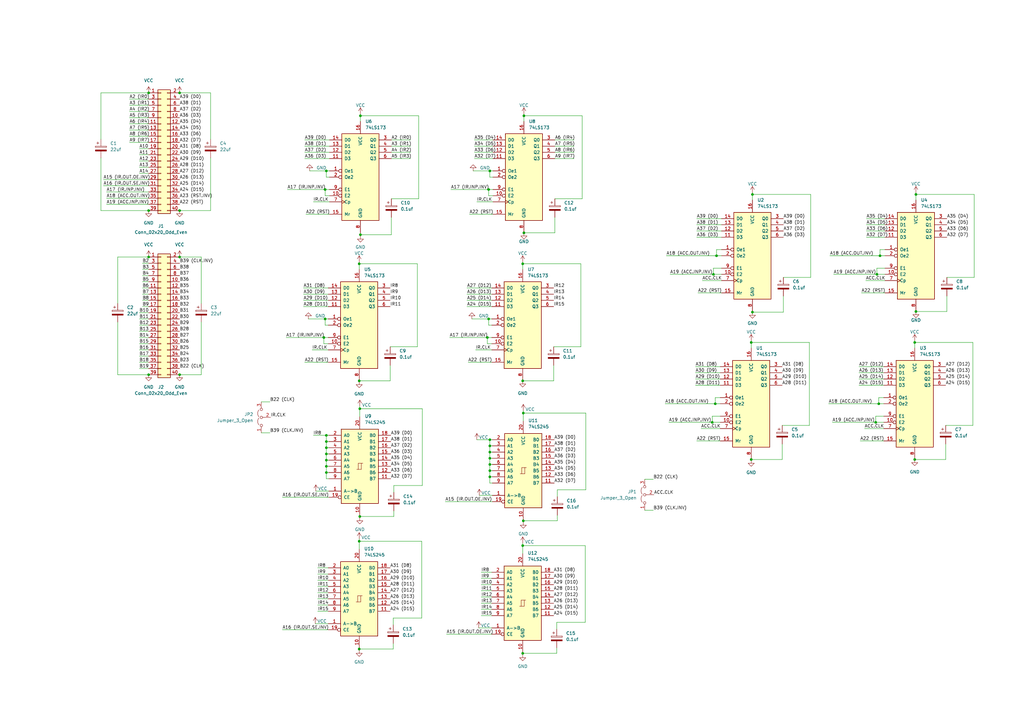
<source format=kicad_sch>
(kicad_sch (version 20211123) (generator eeschema)
  (paper "A3")
  (lib_symbols
    (symbol "74xx:74LS173" (pin_names (offset 1.016))
      (property "Reference" "U" (at -7.62 19.05 0))
      (property "Value" "74LS173" (at -7.62 -19.05 0))
      (symbol "74LS173_1_0"
        (pin input inverted (at -12.7 2.54 0) (length 5.08) (name "Oe1") (number "1"))
        (pin input inverted (at -12.7 -7.62 0) (length 5.08) (name "E2") (number "10"))
        (pin input line (at -12.7 7.62 0) (length 5.08) (name "D3") (number "11"))
        (pin input line (at -12.7 10.16 0) (length 5.08) (name "D2") (number "12"))
        (pin input line (at -12.7 12.7 0) (length 5.08) (name "D1") (number "13"))
        (pin input line (at -12.7 15.24 0) (length 5.08) (name "D0") (number "14"))
        (pin input line (at -12.7 -15.24 0) (length 5.08) (name "Mr") (number "15"))
        (pin power_in line (at 0 22.86 270) (length 5.08) (name "VCC") (number "16"))
        (pin input inverted (at -12.7 0 0) (length 5.08) (name "Oe2") (number "2"))
        (pin tri_state line (at 12.7 15.24 180) (length 5.08) (name "Q0") (number "3"))
        (pin tri_state line (at 12.7 12.7 180) (length 5.08) (name "Q1") (number "4"))
        (pin tri_state line (at 12.7 10.16 180) (length 5.08) (name "Q2") (number "5"))
        (pin tri_state line (at 12.7 7.62 180) (length 5.08) (name "Q3") (number "6"))
        (pin input clock (at -12.7 -10.16 0) (length 5.08) (name "Cp") (number "7"))
        (pin power_in line (at 0 -22.86 90) (length 5.08) (name "GND") (number "8"))
        (pin input inverted (at -12.7 -5.08 0) (length 5.08) (name "E1") (number "9"))
      )
    )
    (symbol "74xx:74LS245" (pin_names (offset 1.016))
      (property "Reference" "U" (at -7.62 16.51 0))
      (property "Value" "74LS245" (at -7.62 -16.51 0))
      (symbol "74LS245_1_0"
        (pin input line (at -12.7 -10.16 0) (length 5.08) (name "A->B") (number "1"))
        (pin power_in line (at 0 -20.32 90) (length 5.08) (name "GND") (number "10"))
        (pin tri_state line (at 12.7 -5.08 180) (length 5.08) (name "B7") (number "11"))
        (pin tri_state line (at 12.7 -2.54 180) (length 5.08) (name "B6") (number "12"))
        (pin tri_state line (at 12.7 0 180) (length 5.08) (name "B5") (number "13"))
        (pin tri_state line (at 12.7 2.54 180) (length 5.08) (name "B4") (number "14"))
        (pin tri_state line (at 12.7 5.08 180) (length 5.08) (name "B3") (number "15"))
        (pin tri_state line (at 12.7 7.62 180) (length 5.08) (name "B2") (number "16"))
        (pin tri_state line (at 12.7 10.16 180) (length 5.08) (name "B1") (number "17"))
        (pin tri_state line (at 12.7 12.7 180) (length 5.08) (name "B0") (number "18"))
        (pin input inverted (at -12.7 -12.7 0) (length 5.08) (name "CE") (number "19"))
        (pin tri_state line (at -12.7 12.7 0) (length 5.08) (name "A0") (number "2"))
        (pin power_in line (at 0 20.32 270) (length 5.08) (name "VCC") (number "20"))
        (pin tri_state line (at -12.7 10.16 0) (length 5.08) (name "A1") (number "3"))
        (pin tri_state line (at -12.7 7.62 0) (length 5.08) (name "A2") (number "4"))
        (pin tri_state line (at -12.7 5.08 0) (length 5.08) (name "A3") (number "5"))
        (pin tri_state line (at -12.7 2.54 0) (length 5.08) (name "A4") (number "6"))
        (pin tri_state line (at -12.7 0 0) (length 5.08) (name "A5") (number "7"))
        (pin tri_state line (at -12.7 -2.54 0) (length 5.08) (name "A6") (number "8"))
        (pin tri_state line (at -12.7 -5.08 0) (length 5.08) (name "A7") (number "9"))
      )
    )
    (symbol "Connector_Generic:Conn_02x20_Odd_Even" (pin_names (offset 1.016) hide)
      (property "Reference" "J" (at 1.27 25.4 0))
      (property "Value" "Conn_02x20_Odd_Even" (at 1.27 -27.94 0))
      (symbol "Conn_02x20_Odd_Even_1_1"
        (pin passive line (at -5.08 22.86 0) (length 3.81) (name "Pin_1") (number "1"))
        (pin passive line (at 7.62 12.7 180) (length 3.81) (name "Pin_10") (number "10"))
        (pin passive line (at -5.08 10.16 0) (length 3.81) (name "Pin_11") (number "11"))
        (pin passive line (at 7.62 10.16 180) (length 3.81) (name "Pin_12") (number "12"))
        (pin passive line (at -5.08 7.62 0) (length 3.81) (name "Pin_13") (number "13"))
        (pin passive line (at 7.62 7.62 180) (length 3.81) (name "Pin_14") (number "14"))
        (pin passive line (at -5.08 5.08 0) (length 3.81) (name "Pin_15") (number "15"))
        (pin passive line (at 7.62 5.08 180) (length 3.81) (name "Pin_16") (number "16"))
        (pin passive line (at -5.08 2.54 0) (length 3.81) (name "Pin_17") (number "17"))
        (pin passive line (at 7.62 2.54 180) (length 3.81) (name "Pin_18") (number "18"))
        (pin passive line (at -5.08 0 0) (length 3.81) (name "Pin_19") (number "19"))
        (pin passive line (at 7.62 22.86 180) (length 3.81) (name "Pin_2") (number "2"))
        (pin passive line (at 7.62 0 180) (length 3.81) (name "Pin_20") (number "20"))
        (pin passive line (at -5.08 -2.54 0) (length 3.81) (name "Pin_21") (number "21"))
        (pin passive line (at 7.62 -2.54 180) (length 3.81) (name "Pin_22") (number "22"))
        (pin passive line (at -5.08 -5.08 0) (length 3.81) (name "Pin_23") (number "23"))
        (pin passive line (at 7.62 -5.08 180) (length 3.81) (name "Pin_24") (number "24"))
        (pin passive line (at -5.08 -7.62 0) (length 3.81) (name "Pin_25") (number "25"))
        (pin passive line (at 7.62 -7.62 180) (length 3.81) (name "Pin_26") (number "26"))
        (pin passive line (at -5.08 -10.16 0) (length 3.81) (name "Pin_27") (number "27"))
        (pin passive line (at 7.62 -10.16 180) (length 3.81) (name "Pin_28") (number "28"))
        (pin passive line (at -5.08 -12.7 0) (length 3.81) (name "Pin_29") (number "29"))
        (pin passive line (at -5.08 20.32 0) (length 3.81) (name "Pin_3") (number "3"))
        (pin passive line (at 7.62 -12.7 180) (length 3.81) (name "Pin_30") (number "30"))
        (pin passive line (at -5.08 -15.24 0) (length 3.81) (name "Pin_31") (number "31"))
        (pin passive line (at 7.62 -15.24 180) (length 3.81) (name "Pin_32") (number "32"))
        (pin passive line (at -5.08 -17.78 0) (length 3.81) (name "Pin_33") (number "33"))
        (pin passive line (at 7.62 -17.78 180) (length 3.81) (name "Pin_34") (number "34"))
        (pin passive line (at -5.08 -20.32 0) (length 3.81) (name "Pin_35") (number "35"))
        (pin passive line (at 7.62 -20.32 180) (length 3.81) (name "Pin_36") (number "36"))
        (pin passive line (at -5.08 -22.86 0) (length 3.81) (name "Pin_37") (number "37"))
        (pin passive line (at 7.62 -22.86 180) (length 3.81) (name "Pin_38") (number "38"))
        (pin passive line (at -5.08 -25.4 0) (length 3.81) (name "Pin_39") (number "39"))
        (pin passive line (at 7.62 20.32 180) (length 3.81) (name "Pin_4") (number "4"))
        (pin passive line (at 7.62 -25.4 180) (length 3.81) (name "Pin_40") (number "40"))
        (pin passive line (at -5.08 17.78 0) (length 3.81) (name "Pin_5") (number "5"))
        (pin passive line (at 7.62 17.78 180) (length 3.81) (name "Pin_6") (number "6"))
        (pin passive line (at -5.08 15.24 0) (length 3.81) (name "Pin_7") (number "7"))
        (pin passive line (at 7.62 15.24 180) (length 3.81) (name "Pin_8") (number "8"))
        (pin passive line (at -5.08 12.7 0) (length 3.81) (name "Pin_9") (number "9"))
      )
    )
    (symbol "Device:C_Polarized" (pin_numbers hide) (pin_names (offset 0.254))
      (property "Reference" "C" (at 0.635 2.54 0))
      (property "Value" "C_Polarized" (at 0.635 -2.54 0))
      (symbol "C_Polarized_1_1"
        (pin passive line (at 0 3.81 270) (length 2.794) (name "~") (number "1"))
        (pin passive line (at 0 -3.81 90) (length 2.794) (name "~") (number "2"))
      )
    )
    (symbol "Jumper:Jumper_3_Open" (pin_names (offset 0) hide)
      (property "Reference" "JP" (at -2.54 -2.54 0))
      (property "Value" "Jumper_3_Open" (at 0 2.794 0))
      (symbol "Jumper_3_Open_1_1"
        (pin passive line (at -6.35 0 0) (length 2.54) (name "A") (number "1"))
        (pin passive line (at 0 -3.81 90) (length 2.54) (name "C") (number "2"))
        (pin passive line (at 6.35 0 180) (length 2.54) (name "B") (number "3"))
      )
    )
    (symbol "power:GND" (power) (pin_names (offset 0))
      (property "Value" "GND" (at 0 -3.81 0))
      (symbol "GND_1_1"
        (pin power_in line (at 0 0 270) (length 0) hide (name "GND") (number "1"))
      )
    )
    (symbol "power:VCC" (power) (pin_names (offset 0))
      (property "Value" "VCC" (at 0 3.81 0))
      (symbol "VCC_1_1"
        (pin power_in line (at 0 0 90) (length 0) hide (name "VCC") (number "1"))
      )
    )
  )
  (junction (at 200.406 130.81))
  (junction (at 293.37 165.608))
  (junction (at 200.914 185.42))
  (junction (at 359.156 173.228))
  (junction (at 200.914 193.04))
  (junction (at 214.376 108.204))
  (junction (at 292.1 173.228))
  (junction (at 133.35 77.724))
  (junction (at 292.608 112.522))
  (junction (at 214.63 213.614))
  (junction (at 133.858 181.102))
  (junction (at 214.63 169.418))
  (junction (at 214.376 267.97))
  (junction (at 147.32 156.21))
  (junction (at 73.66 153.67))
  (junction (at 147.32 221.996))
  (junction (at 199.898 138.43))
  (junction (at 308.102 188.468))
  (junction (at 360.934 104.902))
  (junction (at 200.406 77.724))
  (junction (at 214.376 156.21))
  (junction (at 60.96 105.41))
  (junction (at 133.858 193.802))
  (junction (at 200.914 195.58))
  (junction (at 133.35 130.81))
  (junction (at 147.828 47.498))
  (junction (at 308.102 140.462))
  (junction (at 375.666 79.756))
  (junction (at 60.96 153.67))
  (junction (at 133.858 70.104))
  (junction (at 133.858 188.722))
  (junction (at 200.914 182.88))
  (junction (at 132.842 138.43))
  (junction (at 375.158 188.468))
  (junction (at 73.66 38.1))
  (junction (at 214.376 223.774))
  (junction (at 133.858 183.642))
  (junction (at 214.884 47.498))
  (junction (at 147.32 266.192))
  (junction (at 147.574 211.836))
  (junction (at 147.32 108.204))
  (junction (at 375.158 140.462))
  (junction (at 133.858 178.562))
  (junction (at 133.858 191.262))
  (junction (at 293.878 104.902))
  (junction (at 360.426 165.608))
  (junction (at 60.96 38.1))
  (junction (at 200.914 190.5))
  (junction (at 308.61 128.016))
  (junction (at 375.666 127.762))
  (junction (at 200.914 70.104))
  (junction (at 200.914 180.34))
  (junction (at 147.828 96.266))
  (junction (at 73.66 105.41))
  (junction (at 214.884 95.504))
  (junction (at 359.664 112.522))
  (junction (at 200.914 187.96))
  (junction (at 308.61 79.756))
  (junction (at 60.96 86.36))
  (junction (at 147.574 167.64))
  (junction (at 133.858 186.182))
  (junction (at 73.66 86.36))
  (wire (pts (xy 130.302 237.998) (xy 134.62 237.998)))
  (wire (pts (xy 359.156 173.228) (xy 362.458 173.228)))
  (wire (pts (xy 214.376 268.478) (xy 214.376 267.97)))
  (wire (pts (xy 133.858 183.642) (xy 134.874 183.642)))
  (wire (pts (xy 362.966 109.982) (xy 359.664 109.982)))
  (wire (pts (xy 147.828 46.736) (xy 147.828 47.498)))
  (wire (pts (xy 240.03 223.774) (xy 240.03 255.27)))
  (wire (pts (xy 147.574 166.624) (xy 147.574 167.64)))
  (wire (pts (xy 238.252 108.204) (xy 238.252 142.24)))
  (wire (pts (xy 182.626 205.74) (xy 201.93 205.74)))
  (wire (pts (xy 360.426 163.068) (xy 360.426 165.608)))
  (wire (pts (xy 130.302 245.618) (xy 134.62 245.618)))
  (wire (pts (xy 115.824 258.318) (xy 134.62 258.318)))
  (wire (pts (xy 197.358 244.856) (xy 201.676 244.856)))
  (wire (pts (xy 133.858 72.644) (xy 135.128 72.644)))
  (wire (pts (xy 285.75 89.662) (xy 295.91 89.662)))
  (wire (pts (xy 124.46 118.11) (xy 134.62 118.11)))
  (wire (pts (xy 133.858 183.642) (xy 133.858 186.182)))
  (wire (pts (xy 132.842 140.97) (xy 132.842 138.43)))
  (wire (pts (xy 194.564 59.944) (xy 202.184 59.944)))
  (wire (pts (xy 53.086 53.34) (xy 60.96 53.34)))
  (wire (pts (xy 128.524 178.562) (xy 133.858 178.562)))
  (wire (pts (xy 228.6 200.914) (xy 228.6 203.708)))
  (wire (pts (xy 57.15 66.04) (xy 60.96 66.04)))
  (wire (pts (xy 171.704 47.498) (xy 171.704 81.534)))
  (wire (pts (xy 48.26 132.08) (xy 48.26 153.67)))
  (wire (pts (xy 124.968 62.484) (xy 135.128 62.484)))
  (wire (pts (xy 58.42 120.65) (xy 60.96 120.65)))
  (wire (pts (xy 127 70.104) (xy 133.858 70.104)))
  (wire (pts (xy 147.32 108.204) (xy 171.196 108.204)))
  (wire (pts (xy 362.966 102.362) (xy 360.934 102.362)))
  (wire (pts (xy 238.76 81.534) (xy 227.584 81.534)))
  (wire (pts (xy 399.542 79.756) (xy 399.542 113.792)))
  (wire (pts (xy 160.528 57.404) (xy 168.402 57.404)))
  (wire (pts (xy 332.486 79.756) (xy 332.486 113.792)))
  (wire (pts (xy 147.32 156.21) (xy 160.02 156.21)))
  (wire (pts (xy 132.842 138.43) (xy 134.62 138.43)))
  (wire (pts (xy 200.914 70.104) (xy 202.184 70.104)))
  (wire (pts (xy 341.884 112.522) (xy 359.664 112.522)))
  (wire (pts (xy 58.42 125.73) (xy 60.96 125.73)))
  (wire (pts (xy 200.914 182.88) (xy 200.914 185.42)))
  (wire (pts (xy 53.086 50.8) (xy 60.96 50.8)))
  (wire (pts (xy 133.858 196.342) (xy 134.874 196.342)))
  (wire (pts (xy 48.26 153.67) (xy 60.96 153.67)))
  (wire (pts (xy 133.858 191.262) (xy 134.874 191.262)))
  (wire (pts (xy 124.968 57.404) (xy 135.128 57.404)))
  (wire (pts (xy 214.376 223.774) (xy 214.376 227.076)))
  (wire (pts (xy 41.402 57.15) (xy 41.402 38.1)))
  (wire (pts (xy 53.086 48.26) (xy 60.96 48.26)))
  (wire (pts (xy 147.32 221.996) (xy 172.974 221.996)))
  (wire (pts (xy 43.688 78.74) (xy 60.96 78.74)))
  (wire (pts (xy 133.35 130.81) (xy 134.62 130.81)))
  (wire (pts (xy 197.358 247.396) (xy 201.676 247.396)))
  (wire (pts (xy 292.608 112.522) (xy 295.91 112.522)))
  (wire (pts (xy 43.688 83.82) (xy 60.96 83.82)))
  (wire (pts (xy 399.542 113.792) (xy 388.366 113.792)))
  (wire (pts (xy 352.298 157.988) (xy 362.458 157.988)))
  (wire (pts (xy 147.32 107.442) (xy 147.32 108.204)))
  (wire (pts (xy 147.574 211.836) (xy 161.544 211.836)))
  (wire (pts (xy 293.878 104.902) (xy 295.91 104.902)))
  (wire (pts (xy 133.858 178.562) (xy 134.874 178.562)))
  (wire (pts (xy 320.802 188.468) (xy 320.802 182.118)))
  (wire (pts (xy 147.574 212.344) (xy 147.574 211.836)))
  (wire (pts (xy 352.298 150.368) (xy 362.458 150.368)))
  (wire (pts (xy 57.15 71.12) (xy 60.96 71.12)))
  (wire (pts (xy 352.298 155.448) (xy 362.458 155.448)))
  (wire (pts (xy 352.298 152.908) (xy 362.458 152.908)))
  (wire (pts (xy 292.608 109.982) (xy 292.608 112.522)))
  (wire (pts (xy 42.418 73.66) (xy 60.96 73.66)))
  (wire (pts (xy 193.548 130.81) (xy 200.406 130.81)))
  (wire (pts (xy 355.092 115.062) (xy 362.966 115.062)))
  (wire (pts (xy 200.914 180.34) (xy 201.93 180.34)))
  (wire (pts (xy 360.934 102.362) (xy 360.934 104.902)))
  (wire (pts (xy 200.914 190.5) (xy 200.914 193.04)))
  (wire (pts (xy 41.402 86.36) (xy 60.96 86.36)))
  (wire (pts (xy 130.302 232.918) (xy 134.62 232.918)))
  (wire (pts (xy 133.858 188.722) (xy 134.874 188.722)))
  (wire (pts (xy 133.858 186.182) (xy 134.874 186.182)))
  (wire (pts (xy 359.664 109.982) (xy 359.664 112.522)))
  (wire (pts (xy 133.35 133.35) (xy 134.62 133.35)))
  (wire (pts (xy 191.516 118.11) (xy 201.676 118.11)))
  (wire (pts (xy 57.15 60.96) (xy 60.96 60.96)))
  (wire (pts (xy 41.402 38.1) (xy 60.96 38.1)))
  (wire (pts (xy 195.58 82.804) (xy 202.184 82.804)))
  (wire (pts (xy 214.376 110.49) (xy 214.376 108.204)))
  (wire (pts (xy 53.086 43.18) (xy 60.96 43.18)))
  (wire (pts (xy 227.584 57.404) (xy 235.458 57.404)))
  (wire (pts (xy 86.36 86.36) (xy 86.36 64.77)))
  (wire (pts (xy 227.584 62.484) (xy 235.458 62.484)))
  (wire (pts (xy 160.528 96.266) (xy 160.528 89.154)))
  (wire (pts (xy 58.42 115.57) (xy 60.96 115.57)))
  (wire (pts (xy 200.914 198.12) (xy 201.93 198.12)))
  (wire (pts (xy 238.76 47.498) (xy 238.76 81.534)))
  (wire (pts (xy 375.666 127.762) (xy 388.366 127.762)))
  (wire (pts (xy 308.102 140.462) (xy 331.978 140.462)))
  (wire (pts (xy 117.348 138.43) (xy 132.842 138.43)))
  (wire (pts (xy 214.376 222.758) (xy 214.376 223.774)))
  (wire (pts (xy 228.6 200.914) (xy 240.284 200.914)))
  (wire (pts (xy 285.75 97.282) (xy 295.91 97.282)))
  (wire (pts (xy 285.75 92.202) (xy 295.91 92.202)))
  (wire (pts (xy 308.61 128.016) (xy 308.61 127.762)))
  (wire (pts (xy 359.156 170.688) (xy 359.156 173.228)))
  (wire (pts (xy 272.796 165.608) (xy 293.37 165.608)))
  (wire (pts (xy 126.492 130.81) (xy 133.35 130.81)))
  (wire (pts (xy 352.806 180.848) (xy 362.458 180.848)))
  (wire (pts (xy 200.914 70.104) (xy 200.914 72.644)))
  (wire (pts (xy 57.15 133.35) (xy 60.96 133.35)))
  (wire (pts (xy 171.704 81.534) (xy 160.528 81.534)))
  (wire (pts (xy 197.358 252.476) (xy 201.676 252.476)))
  (wire (pts (xy 192.532 87.884) (xy 202.184 87.884)))
  (wire (pts (xy 129.54 201.422) (xy 134.874 201.422)))
  (wire (pts (xy 200.914 185.42) (xy 201.93 185.42)))
  (wire (pts (xy 147.32 265.938) (xy 147.32 266.192)))
  (wire (pts (xy 125.476 87.884) (xy 135.128 87.884)))
  (wire (pts (xy 285.242 157.988) (xy 295.402 157.988)))
  (wire (pts (xy 321.31 128.016) (xy 321.31 121.412)))
  (wire (pts (xy 227.076 156.21) (xy 227.076 149.86)))
  (wire (pts (xy 147.32 266.7) (xy 147.32 266.192)))
  (wire (pts (xy 57.15 148.59) (xy 60.96 148.59)))
  (wire (pts (xy 227.584 59.944) (xy 235.458 59.944)))
  (wire (pts (xy 73.66 38.1) (xy 86.36 38.1)))
  (wire (pts (xy 202.184 80.264) (xy 200.406 80.264)))
  (wire (pts (xy 200.914 187.96) (xy 201.93 187.96)))
  (wire (pts (xy 197.358 234.696) (xy 201.676 234.696)))
  (wire (pts (xy 214.63 213.36) (xy 214.63 213.614)))
  (wire (pts (xy 130.302 243.078) (xy 134.62 243.078)))
  (wire (pts (xy 57.15 146.05) (xy 60.96 146.05)))
  (wire (pts (xy 57.15 138.43) (xy 60.96 138.43)))
  (wire (pts (xy 57.15 140.97) (xy 60.96 140.97)))
  (wire (pts (xy 200.914 193.04) (xy 201.93 193.04)))
  (wire (pts (xy 355.346 89.662) (xy 362.966 89.662)))
  (wire (pts (xy 240.284 169.418) (xy 240.284 200.914)))
  (wire (pts (xy 295.402 170.688) (xy 292.1 170.688)))
  (wire (pts (xy 197.358 239.776) (xy 201.676 239.776)))
  (wire (pts (xy 227.584 95.504) (xy 227.584 89.154)))
  (wire (pts (xy 160.528 65.024) (xy 168.402 65.024)))
  (wire (pts (xy 53.086 58.42) (xy 60.96 58.42)))
  (wire (pts (xy 200.914 182.88) (xy 201.93 182.88)))
  (wire (pts (xy 308.102 139.7) (xy 308.102 140.462)))
  (wire (pts (xy 195.58 180.34) (xy 200.914 180.34)))
  (wire (pts (xy 147.828 47.498) (xy 147.828 49.784)))
  (wire (pts (xy 160.02 156.21) (xy 160.02 149.86)))
  (wire (pts (xy 362.458 170.688) (xy 359.156 170.688)))
  (wire (pts (xy 124.46 125.73) (xy 134.62 125.73)))
  (wire (pts (xy 161.29 253.492) (xy 161.29 256.286)))
  (wire (pts (xy 161.544 199.136) (xy 161.544 201.93)))
  (wire (pts (xy 292.1 170.688) (xy 292.1 173.228)))
  (wire (pts (xy 200.406 77.724) (xy 202.184 77.724)))
  (wire (pts (xy 172.974 221.996) (xy 172.974 253.492)))
  (wire (pts (xy 197.358 249.936) (xy 201.676 249.936)))
  (wire (pts (xy 130.302 248.158) (xy 134.62 248.158)))
  (wire (pts (xy 133.858 188.722) (xy 133.858 191.262)))
  (wire (pts (xy 199.898 140.97) (xy 199.898 138.43)))
  (wire (pts (xy 292.1 173.228) (xy 295.402 173.228)))
  (wire (pts (xy 285.75 180.848) (xy 295.402 180.848)))
  (wire (pts (xy 274.828 112.522) (xy 292.608 112.522)))
  (wire (pts (xy 200.914 185.42) (xy 200.914 187.96)))
  (wire (pts (xy 53.086 45.72) (xy 60.96 45.72)))
  (wire (pts (xy 117.856 77.724) (xy 133.35 77.724)))
  (wire (pts (xy 200.914 195.58) (xy 200.914 198.12)))
  (wire (pts (xy 360.426 165.608) (xy 362.458 165.608)))
  (wire (pts (xy 228.6 213.614) (xy 228.6 211.328)))
  (wire (pts (xy 57.15 63.5) (xy 60.96 63.5)))
  (wire (pts (xy 124.46 120.65) (xy 134.62 120.65)))
  (wire (pts (xy 214.884 46.736) (xy 214.884 47.498)))
  (wire (pts (xy 362.458 163.068) (xy 360.426 163.068)))
  (wire (pts (xy 129.286 255.778) (xy 134.62 255.778)))
  (wire (pts (xy 375.666 82.042) (xy 375.666 79.756)))
  (wire (pts (xy 200.406 130.81) (xy 200.406 133.35)))
  (wire (pts (xy 200.914 72.644) (xy 202.184 72.644)))
  (wire (pts (xy 293.37 163.068) (xy 293.37 165.608)))
  (wire (pts (xy 228.346 255.27) (xy 228.346 258.064)))
  (wire (pts (xy 227.584 65.024) (xy 235.458 65.024)))
  (wire (pts (xy 82.55 105.41) (xy 82.55 124.46)))
  (wire (pts (xy 128.524 82.804) (xy 135.128 82.804)))
  (wire (pts (xy 375.158 142.748) (xy 375.158 140.462)))
  (wire (pts (xy 355.346 94.742) (xy 362.966 94.742)))
  (wire (pts (xy 285.242 150.368) (xy 295.402 150.368)))
  (wire (pts (xy 332.486 113.792) (xy 321.31 113.792)))
  (wire (pts (xy 295.402 163.068) (xy 293.37 163.068)))
  (wire (pts (xy 161.544 199.136) (xy 173.228 199.136)))
  (wire (pts (xy 58.42 113.03) (xy 60.96 113.03)))
  (wire (pts (xy 201.676 140.97) (xy 199.898 140.97)))
  (wire (pts (xy 214.63 169.418) (xy 240.284 169.418)))
  (wire (pts (xy 124.968 59.944) (xy 135.128 59.944)))
  (wire (pts (xy 160.528 96.266) (xy 147.828 96.266)))
  (wire (pts (xy 214.63 213.614) (xy 228.6 213.614)))
  (wire (pts (xy 48.26 105.41) (xy 60.96 105.41)))
  (wire (pts (xy 214.376 156.21) (xy 227.076 156.21)))
  (wire (pts (xy 133.858 181.102) (xy 134.874 181.102)))
  (wire (pts (xy 214.63 214.122) (xy 214.63 213.614)))
  (wire (pts (xy 308.61 79.756) (xy 308.61 82.042)))
  (wire (pts (xy 57.15 130.81) (xy 60.96 130.81)))
  (wire (pts (xy 58.42 123.19) (xy 60.96 123.19)))
  (wire (pts (xy 86.36 38.1) (xy 86.36 57.15)))
  (wire (pts (xy 130.302 235.458) (xy 134.62 235.458)))
  (wire (pts (xy 195.072 143.51) (xy 201.676 143.51)))
  (wire (pts (xy 57.15 128.27) (xy 60.96 128.27)))
  (wire (pts (xy 375.666 78.994) (xy 375.666 79.756)))
  (wire (pts (xy 214.376 267.97) (xy 228.346 267.97)))
  (wire (pts (xy 228.346 255.27) (xy 240.03 255.27)))
  (wire (pts (xy 53.086 55.88) (xy 60.96 55.88)))
  (wire (pts (xy 133.35 80.264) (xy 133.35 77.724)))
  (wire (pts (xy 147.828 96.774) (xy 147.828 96.266)))
  (wire (pts (xy 196.342 257.556) (xy 201.676 257.556)))
  (wire (pts (xy 147.828 47.498) (xy 171.704 47.498)))
  (wire (pts (xy 171.196 142.24) (xy 160.02 142.24)))
  (wire (pts (xy 160.528 59.944) (xy 168.402 59.944)))
  (wire (pts (xy 82.55 153.67) (xy 82.55 132.08)))
  (wire (pts (xy 285.242 155.448) (xy 295.402 155.448)))
  (wire (pts (xy 214.884 49.784) (xy 214.884 47.498)))
  (wire (pts (xy 200.914 193.04) (xy 200.914 195.58)))
  (wire (pts (xy 124.968 65.024) (xy 135.128 65.024)))
  (wire (pts (xy 133.858 178.562) (xy 133.858 181.102)))
  (wire (pts (xy 133.858 193.802) (xy 134.874 193.802)))
  (wire (pts (xy 321.31 128.016) (xy 308.61 128.016)))
  (wire (pts (xy 353.314 120.142) (xy 362.966 120.142)))
  (wire (pts (xy 133.858 70.104) (xy 135.128 70.104)))
  (wire (pts (xy 228.346 267.97) (xy 228.346 265.684)))
  (wire (pts (xy 238.252 142.24) (xy 227.076 142.24)))
  (wire (pts (xy 308.102 142.748) (xy 308.102 140.462)))
  (wire (pts (xy 133.858 70.104) (xy 133.858 72.644)))
  (wire (pts (xy 293.37 165.608) (xy 295.402 165.608)))
  (wire (pts (xy 133.35 77.724) (xy 135.128 77.724)))
  (wire (pts (xy 42.418 76.2) (xy 60.96 76.2)))
  (wire (pts (xy 214.376 223.774) (xy 240.03 223.774)))
  (wire (pts (xy 214.376 108.204) (xy 238.252 108.204)))
  (wire (pts (xy 288.036 115.062) (xy 295.91 115.062)))
  (wire (pts (xy 128.016 143.51) (xy 134.62 143.51)))
  (wire (pts (xy 200.914 187.96) (xy 200.914 190.5)))
  (wire (pts (xy 147.32 156.464) (xy 147.32 156.21)))
  (wire (pts (xy 295.91 102.362) (xy 293.878 102.362)))
  (wire (pts (xy 133.858 186.182) (xy 133.858 188.722)))
  (wire (pts (xy 147.32 110.49) (xy 147.32 108.204)))
  (wire (pts (xy 135.128 80.264) (xy 133.35 80.264)))
  (wire (pts (xy 197.358 242.316) (xy 201.676 242.316)))
  (wire (pts (xy 58.42 107.95) (xy 60.96 107.95)))
  (wire (pts (xy 287.528 175.768) (xy 295.402 175.768)))
  (wire (pts (xy 375.666 79.756) (xy 399.542 79.756)))
  (wire (pts (xy 147.828 95.504) (xy 147.828 96.266)))
  (wire (pts (xy 53.086 40.64) (xy 60.96 40.64)))
  (wire (pts (xy 399.034 140.462) (xy 399.034 174.498)))
  (wire (pts (xy 214.376 107.442) (xy 214.376 108.204)))
  (wire (pts (xy 161.544 211.836) (xy 161.544 209.55)))
  (wire (pts (xy 43.688 81.28) (xy 60.96 81.28)))
  (wire (pts (xy 196.596 203.2) (xy 201.93 203.2)))
  (wire (pts (xy 73.66 153.67) (xy 82.55 153.67)))
  (wire (pts (xy 375.158 139.7) (xy 375.158 140.462)))
  (wire (pts (xy 200.914 195.58) (xy 201.93 195.58)))
  (wire (pts (xy 399.034 174.498) (xy 387.858 174.498)))
  (wire (pts (xy 133.858 193.802) (xy 133.858 196.342)))
  (wire (pts (xy 388.366 127.762) (xy 388.366 121.412)))
  (wire (pts (xy 161.29 253.492) (xy 172.974 253.492)))
  (wire (pts (xy 192.024 148.59) (xy 201.676 148.59)))
  (wire (pts (xy 331.978 174.498) (xy 320.802 174.498)))
  (wire (pts (xy 308.102 188.468) (xy 320.802 188.468)))
  (wire (pts (xy 355.346 92.202) (xy 362.966 92.202)))
  (wire (pts (xy 57.15 143.51) (xy 60.96 143.51)))
  (wire (pts (xy 73.66 105.41) (xy 82.55 105.41)))
  (wire (pts (xy 375.158 140.462) (xy 399.034 140.462)))
  (wire (pts (xy 133.858 191.262) (xy 133.858 193.802)))
  (wire (pts (xy 274.32 173.228) (xy 292.1 173.228)))
  (wire (pts (xy 133.858 181.102) (xy 133.858 183.642)))
  (wire (pts (xy 184.404 138.43) (xy 199.898 138.43)))
  (wire (pts (xy 133.35 130.81) (xy 133.35 133.35)))
  (wire (pts (xy 293.878 102.362) (xy 293.878 104.902)))
  (wire (pts (xy 359.664 112.522) (xy 362.966 112.522)))
  (wire (pts (xy 57.15 68.58) (xy 60.96 68.58)))
  (wire (pts (xy 194.056 70.104) (xy 200.914 70.104)))
  (wire (pts (xy 214.63 169.418) (xy 214.63 172.72)))
  (wire (pts (xy 130.302 250.698) (xy 134.62 250.698)))
  (wire (pts (xy 285.75 94.742) (xy 295.91 94.742)))
  (wire (pts (xy 147.574 167.64) (xy 147.574 170.942)))
  (wire (pts (xy 355.346 97.282) (xy 362.966 97.282)))
  (wire (pts (xy 200.406 80.264) (xy 200.406 77.724)))
  (wire (pts (xy 194.564 62.484) (xy 202.184 62.484)))
  (wire (pts (xy 194.564 65.024) (xy 202.184 65.024)))
  (wire (pts (xy 200.914 190.5) (xy 201.93 190.5)))
  (wire (pts (xy 130.302 240.538) (xy 134.62 240.538)))
  (wire (pts (xy 160.528 62.484) (xy 168.402 62.484)))
  (wire (pts (xy 199.898 138.43) (xy 201.676 138.43)))
  (wire (pts (xy 161.29 266.192) (xy 161.29 263.906)))
  (wire (pts (xy 214.63 168.402) (xy 214.63 169.418)))
  (wire (pts (xy 110.744 164.846) (xy 107.188 164.846)))
  (wire (pts (xy 214.884 47.498) (xy 238.76 47.498)))
  (wire (pts (xy 58.42 118.11) (xy 60.96 118.11)))
  (wire (pts (xy 286.258 120.142) (xy 295.91 120.142)))
  (wire (pts (xy 48.26 124.46) (xy 48.26 105.41)))
  (wire (pts (xy 214.884 95.504) (xy 227.584 95.504)))
  (wire (pts (xy 273.304 104.902) (xy 293.878 104.902)))
  (wire (pts (xy 124.46 123.19) (xy 134.62 123.19)))
  (wire (pts (xy 171.196 108.204) (xy 171.196 142.24)))
  (wire (pts (xy 173.228 167.64) (xy 173.228 199.136)))
  (wire (pts (xy 183.134 260.096) (xy 201.676 260.096)))
  (wire (pts (xy 191.516 120.65) (xy 201.676 120.65)))
  (wire (pts (xy 308.61 78.994) (xy 308.61 79.756)))
  (wire (pts (xy 41.402 64.77) (xy 41.402 86.36)))
  (wire (pts (xy 191.516 125.73) (xy 201.676 125.73)))
  (wire (pts (xy 58.42 110.49) (xy 60.96 110.49)))
  (wire (pts (xy 200.406 130.81) (xy 201.676 130.81)))
  (wire (pts (xy 200.406 133.35) (xy 201.676 133.35)))
  (wire (pts (xy 57.15 151.13) (xy 60.96 151.13)))
  (wire (pts (xy 200.914 180.34) (xy 200.914 182.88)))
  (wire (pts (xy 267.97 209.296) (xy 264.414 209.296)))
  (wire (pts (xy 194.564 57.404) (xy 202.184 57.404)))
  (wire (pts (xy 214.376 267.97) (xy 214.376 267.716)))
  (wire (pts (xy 73.66 86.36) (xy 86.36 86.36)))
  (wire (pts (xy 285.242 152.908) (xy 295.402 152.908)))
  (wire (pts (xy 354.584 175.768) (xy 362.458 175.768)))
  (wire (pts (xy 308.61 79.756) (xy 332.486 79.756)))
  (wire (pts (xy 360.934 104.902) (xy 362.966 104.902)))
  (wire (pts (xy 331.978 140.462) (xy 331.978 174.498)))
  (wire (pts (xy 147.32 220.98) (xy 147.32 221.996)))
  (wire (pts (xy 267.97 196.596) (xy 264.414 196.596)))
  (wire (pts (xy 339.852 165.608) (xy 360.426 165.608)))
  (wire (pts (xy 147.32 221.996) (xy 147.32 225.298)))
  (wire (pts (xy 115.824 203.962) (xy 134.874 203.962)))
  (wire (pts (xy 191.516 123.19) (xy 201.676 123.19)))
  (wire (pts (xy 147.574 167.64) (xy 173.228 167.64)))
  (wire (pts (xy 184.912 77.724) (xy 200.406 77.724)))
  (wire (pts (xy 295.91 109.982) (xy 292.608 109.982)))
  (wire (pts (xy 375.158 188.468) (xy 387.858 188.468)))
  (wire (pts (xy 147.574 211.582) (xy 147.574 211.836)))
  (wire (pts (xy 308.102 188.722) (xy 308.102 188.468)))
  (wire (pts (xy 197.358 237.236) (xy 201.676 237.236)))
  (wire (pts (xy 341.376 173.228) (xy 359.156 173.228)))
  (wire (pts (xy 124.968 148.59) (xy 134.62 148.59)))
  (wire (pts (xy 134.62 140.97) (xy 132.842 140.97)))
  (wire (pts (xy 57.15 135.89) (xy 60.96 135.89)))
  (wire (pts (xy 147.32 266.192) (xy 161.29 266.192)))
  (wire (pts (xy 387.858 188.468) (xy 387.858 182.118)))
  (wire (pts (xy 110.744 177.546) (xy 107.188 177.546)))
  (wire (pts (xy 340.36 104.902) (xy 360.934 104.902)))
  (label "A36 (D3)" (at 227.33 187.96 0))
  (label "A27 (D12)" (at 73.66 71.12 0))
  (label "A36 (D3)" (at 285.75 97.282 0))
  (label "A27 (D12)" (at 227.076 244.856 0))
  (label "A33 (D6)" (at 194.564 62.484 0))
  (label "A38 (D1)" (at 124.968 59.944 0))
  (label "A6 (IR4)" (at 227.584 57.404 0))
  (label "A24 (D15)" (at 387.858 157.988 0))
  (label "IR15" (at 130.302 250.698 0))
  (label "A6 (IR4)" (at 53.086 50.8 0))
  (label "A5 (IR3)" (at 53.086 48.26 0))
  (label "A31 (D8)" (at 285.242 150.368 0))
  (label "A36 (D3)" (at 160.274 186.182 0))
  (label "A15 (IR.OUT.OE.INV)" (at 182.626 205.74 0))
  (label "B31" (at 73.66 128.27 0))
  (label "B2" (at 58.42 107.95 0))
  (label "B5" (at 58.42 115.57 0))
  (label "B34" (at 73.66 120.65 0))
  (label "A25 (D14)" (at 191.516 123.19 0))
  (label "A24 (D15)" (at 227.076 252.476 0))
  (label "A39 (D0)" (at 321.31 89.662 0))
  (label "A26 (D13)" (at 73.66 73.66 0))
  (label "A30 (D9)" (at 124.46 120.65 0))
  (label "A28 (D11)" (at 227.076 242.316 0))
  (label "B18" (at 57.15 148.59 0))
  (label "A8 (IR6)" (at 227.584 62.484 0))
  (label "A37 (D2)" (at 285.75 94.742 0))
  (label "A24 (D15)" (at 352.298 157.988 0))
  (label "B39 (CLK.INV)" (at 73.66 107.95 0))
  (label "A33 (D6)" (at 388.366 94.742 0))
  (label "B29" (at 73.66 133.35 0))
  (label "A37 (D2)" (at 160.274 183.642 0))
  (label "A16 (IR.OUT.SE.INV)" (at 115.824 258.318 0))
  (label "A16 (IR.OUT.SE.INV)" (at 42.418 76.2 0))
  (label "A24 (D15)" (at 191.516 125.73 0))
  (label "A38 (D1)" (at 227.33 182.88 0))
  (label "A22 (RST)" (at 285.75 180.848 0))
  (label "A22 (RST)" (at 286.258 120.142 0))
  (label "ACC.CLK" (at 288.036 115.062 0))
  (label "B17" (at 57.15 146.05 0))
  (label "A25 (D14)" (at 73.66 76.2 0))
  (label "IR8" (at 130.302 232.918 0))
  (label "A32 (D7)" (at 355.346 97.282 0))
  (label "A2 (IR0)" (at 160.528 57.404 0))
  (label "ACC.CLK" (at 268.224 202.946 0))
  (label "B22 (CLK)" (at 110.744 164.846 0))
  (label "IR9" (at 130.302 235.458 0))
  (label "A33 (D6)" (at 73.66 55.88 0))
  (label "B25" (at 73.66 143.51 0))
  (label "A30 (D9)" (at 285.242 152.908 0))
  (label "A26 (D13)" (at 352.298 152.908 0))
  (label "B8" (at 58.42 123.19 0))
  (label "A34 (D5)" (at 160.274 191.262 0))
  (label "A24 (D15)" (at 160.02 250.698 0))
  (label "A19 (ACC.INP.INV)" (at 341.884 112.522 0))
  (label "IR.CLK" (at 195.072 143.51 0))
  (label "A27 (D12)" (at 387.858 150.368 0))
  (label "A22 (RST)" (at 73.66 83.82 0))
  (label "A14" (at 57.15 71.12 0))
  (label "A18 (ACC.OUT.INV)" (at 43.688 81.28 0))
  (label "A24 (D15)" (at 73.66 78.74 0))
  (label "A8 (IR6)" (at 53.086 55.88 0))
  (label "A22 (RST)" (at 352.806 180.848 0))
  (label "A22 (RST)" (at 192.532 87.884 0))
  (label "A35 (D4)" (at 73.66 50.8 0))
  (label "A32 (D7)" (at 388.366 97.282 0))
  (label "A39 (D0)" (at 73.66 40.64 0))
  (label "A39 (D0)" (at 285.75 89.662 0))
  (label "A17 (IR.INP.INV)" (at 43.688 78.74 0))
  (label "A36 (D3)" (at 321.31 97.282 0))
  (label "IR14" (at 227.076 123.19 0))
  (label "A16 (IR.OUT.SE.INV)" (at 115.824 203.962 0))
  (label "A17 (IR.INP.INV)" (at 117.856 77.724 0))
  (label "A28 (D11)" (at 160.02 240.538 0))
  (label "A18 (ACC.OUT.INV)" (at 339.852 165.608 0))
  (label "A32 (D7)" (at 194.564 65.024 0))
  (label "A35 (D4)" (at 160.274 188.722 0))
  (label "A29 (D10)" (at 73.66 66.04 0))
  (label "A30 (D9)" (at 227.076 237.236 0))
  (label "IR11" (at 130.302 240.538 0))
  (label "B32" (at 73.66 125.73 0))
  (label "A35 (D4)" (at 227.33 190.5 0))
  (label "IR12" (at 227.076 118.11 0))
  (label "IR13" (at 227.076 120.65 0))
  (label "A38 (D1)" (at 160.274 181.102 0))
  (label "ACC.CLK" (at 287.528 175.768 0))
  (label "A32 (D7)" (at 73.66 58.42 0))
  (label "IR10" (at 160.02 123.19 0))
  (label "IR11" (at 197.358 242.316 0))
  (label "B15" (at 57.15 140.97 0))
  (label "A25 (D14)" (at 160.02 248.158 0))
  (label "B27" (at 73.66 138.43 0))
  (label "IR15" (at 197.358 252.476 0))
  (label "B39 (CLK.INV)" (at 267.97 209.296 0))
  (label "A9 (IR7)" (at 53.086 58.42 0))
  (label "A37 (D2)" (at 73.66 45.72 0))
  (label "ACC.CLK" (at 354.584 175.768 0))
  (label "B14" (at 57.15 138.43 0))
  (label "IR.CLK" (at 195.58 82.804 0))
  (label "A18 (ACC.OUT.INV)" (at 272.796 165.608 0))
  (label "A28 (D11)" (at 73.66 68.58 0))
  (label "A36 (D3)" (at 124.968 65.024 0))
  (label "IR8" (at 197.358 234.696 0))
  (label "A17 (IR.INP.INV)" (at 184.404 138.43 0))
  (label "A29 (D10)" (at 124.46 123.19 0))
  (label "B11" (at 57.15 130.81 0))
  (label "A29 (D10)" (at 227.076 239.776 0))
  (label "B38" (at 73.66 110.49 0))
  (label "A5 (IR3)" (at 160.528 65.024 0))
  (label "A38 (D1)" (at 321.31 92.202 0))
  (label "A29 (D10)" (at 285.242 155.448 0))
  (label "A37 (D2)" (at 321.31 94.742 0))
  (label "A30 (D9)" (at 73.66 63.5 0))
  (label "A2 (IR0)" (at 53.086 40.64 0))
  (label "A33 (D6)" (at 227.33 195.58 0))
  (label "A31 (D8)" (at 160.02 232.918 0))
  (label "A11" (at 57.15 63.5 0))
  (label "A33 (D6)" (at 160.274 193.802 0))
  (label "IR13" (at 197.358 247.396 0))
  (label "A9 (IR7)" (at 227.584 65.024 0))
  (label "A28 (D11)" (at 285.242 157.988 0))
  (label "A22 (RST)" (at 192.024 148.59 0))
  (label "B19" (at 57.15 151.13 0))
  (label "A30 (D9)" (at 320.802 152.908 0))
  (label "IR15" (at 227.076 125.73 0))
  (label "B10" (at 57.15 128.27 0))
  (label "A18 (ACC.OUT.INV)" (at 340.36 104.902 0))
  (label "A18 (ACC.OUT.INV)" (at 273.304 104.902 0))
  (label "A34 (D5)" (at 73.66 53.34 0))
  (label "B26" (at 73.66 140.97 0))
  (label "A15 (IR.OUT.OE.INV)" (at 42.418 73.66 0))
  (label "A31 (D8)" (at 320.802 150.368 0))
  (label "A36 (D3)" (at 73.66 48.26 0))
  (label "A39 (D0)" (at 160.274 178.562 0))
  (label "A3 (IR1)" (at 53.086 43.18 0))
  (label "A22 (RST)" (at 353.314 120.142 0))
  (label "A26 (D13)" (at 387.858 152.908 0))
  (label "A39 (D0)" (at 227.33 180.34 0))
  (label "IR.CLK" (at 128.016 143.51 0))
  (label "A27 (D12)" (at 160.02 243.078 0))
  (label "B12" (at 57.15 133.35 0))
  (label "B23" (at 73.66 148.59 0))
  (label "IR10" (at 130.302 237.998 0))
  (label "A17 (IR.INP.INV)" (at 117.348 138.43 0))
  (label "A12" (at 57.15 66.04 0))
  (label "A31 (D8)" (at 227.076 234.696 0))
  (label "A25 (D14)" (at 352.298 155.448 0))
  (label "IR.CLK" (at 110.998 171.196 0))
  (label "A31 (D8)" (at 73.66 60.96 0))
  (label "A4 (IR2)" (at 53.086 45.72 0))
  (label "A27 (D12)" (at 352.298 150.368 0))
  (label "A26 (D13)" (at 191.516 120.65 0))
  (label "B16" (at 57.15 143.51 0))
  (label "A32 (D7)" (at 227.33 198.12 0))
  (label "A26 (D13)" (at 227.076 247.396 0))
  (label "A22 (RST)" (at 125.476 87.884 0))
  (label "ACC.CLK" (at 355.092 115.062 0))
  (label "A28 (D11)" (at 124.46 125.73 0))
  (label "IR12" (at 197.358 244.856 0))
  (label "B39 (CLK.INV)" (at 110.744 177.546 0))
  (label "A34 (D5)" (at 388.366 92.202 0))
  (label "IR8" (at 160.02 118.11 0))
  (label "A3 (IR1)" (at 160.528 59.944 0))
  (label "A25 (D14)" (at 227.076 249.936 0))
  (label "B22 (CLK)" (at 73.66 151.13 0))
  (label "A39 (D0)" (at 124.968 57.404 0))
  (label "A34 (D5)" (at 194.564 59.944 0))
  (label "B7" (at 58.42 120.65 0))
  (label "B13" (at 57.15 135.89 0))
  (label "IR12" (at 130.302 243.078 0))
  (label "A38 (D1)" (at 285.75 92.202 0))
  (label "B22 (CLK)" (at 267.97 196.596 0))
  (label "A37 (D2)" (at 124.968 62.484 0))
  (label "A26 (D13)" (at 160.02 245.618 0))
  (label "A15 (IR.OUT.OE.INV)" (at 183.134 260.096 0))
  (label "A10" (at 57.15 60.96 0))
  (label "IR9" (at 197.358 237.236 0))
  (label "A19 (ACC.INP.INV)" (at 274.828 112.522 0))
  (label "A22 (RST)" (at 124.968 148.59 0))
  (label "A33 (D6)" (at 355.346 94.742 0))
  (label "B33" (at 73.66 123.19 0))
  (label "A7 (IR5)" (at 227.584 59.944 0))
  (label "A19 (ACC.INP.INV)" (at 43.688 83.82 0))
  (label "B28" (at 73.66 135.89 0))
  (label "A19 (ACC.INP.INV)" (at 274.32 173.228 0))
  (label "A30 (D9)" (at 160.02 235.458 0))
  (label "B37" (at 73.66 113.03 0))
  (label "A35 (D4)" (at 355.346 89.662 0))
  (label "A13" (at 57.15 68.58 0))
  (label "IR13" (at 130.302 245.618 0))
  (label "A31 (D8)" (at 124.46 118.11 0))
  (label "IR11" (at 160.02 125.73 0))
  (label "A29 (D10)" (at 160.02 237.998 0))
  (label "A19 (ACC.INP.INV)" (at 341.376 173.228 0))
  (label "A35 (D4)" (at 388.366 89.662 0))
  (label "IR8" (at 128.524 178.562 0))
  (label "A34 (D5)" (at 355.346 92.202 0))
  (label "B9" (at 58.42 125.73 0))
  (label "A37 (D2)" (at 227.33 185.42 0))
  (label "B35" (at 73.66 118.11 0))
  (label "A29 (D10)" (at 320.802 155.448 0))
  (label "A34 (D5)" (at 227.33 193.04 0))
  (label "IR9" (at 160.02 120.65 0))
  (label "B6" (at 58.42 118.11 0))
  (label "B24" (at 73.66 146.05 0))
  (label "A38 (D1)" (at 73.66 43.18 0))
  (label "A17 (IR.INP.INV)" (at 184.912 77.724 0))
  (label "B3" (at 58.42 110.49 0))
  (label "IR14" (at 197.358 249.936 0))
  (label "IR.CLK" (at 128.524 82.804 0))
  (label "B30" (at 73.66 130.81 0))
  (label "IR10" (at 197.358 239.776 0))
  (label "B36" (at 73.66 115.57 0))
  (label "A4 (IR2)" (at 160.528 62.484 0))
  (label "A32 (D7)" (at 160.274 196.342 0))
  (label "A35 (D4)" (at 194.564 57.404 0))
  (label "A28 (D11)" (at 320.802 157.988 0))
  (label "A7 (IR5)" (at 53.086 53.34 0))
  (label "A27 (D12)" (at 191.516 118.11 0))
  (label "B4" (at 58.42 113.03 0))
  (label "A23 (RST.INV)" (at 73.66 81.28 0))
  (label "IR14" (at 130.302 248.158 0))
  (label "A25 (D14)" (at 387.858 155.448 0))
  (symbol (lib_id "Device:C_Polarized") (at 160.528 85.344 0) (unit 1)
    (property "Reference" "C10" (at 164.338 83.1849 0) (effects (justify left)))
    (property "Value" "0.1uf" (at 164.338 85.7249 0) (effects (justify left)))
    (property "Footprint" "Capacitor_THT:CP_Radial_D4.0mm_P1.50mm" (effects hide))
  )
  (symbol (lib_id "power:VCC") (at 308.61 78.994 0) (unit 1)
    (property "Reference" "#PWR011" (effects hide))
    (property "Value" "VCC" (at 308.61 75.438 0))
  )
  (symbol (lib_id "power:VCC") (at 308.102 139.7 0) (unit 1)
    (property "Reference" "#PWR09" (effects hide))
    (property "Value" "VCC" (at 308.102 136.144 0))
  )
  (symbol (lib_id "power:GND") (at 73.66 153.67 0) (unit 1)
    (property "Reference" "#PWR08" (effects hide))
    (property "Value" "GND" (at 73.66 158.75 0))
  )
  (symbol (lib_id "74xx:74LS173") (at 147.32 133.35 0) (unit 1)
    (property "Reference" "U5" (at 149.3394 110.49 0) (effects (justify left)))
    (property "Value" "74LS173" (at 149.3394 113.03 0) (effects (justify left)))
    (property "Footprint" "Package_DIP:DIP-16_W7.62mm_Socket" (effects hide))
    (property "Datasheet" "http://www.ti.com/lit/gpn/sn74LS173" (effects hide))
  )
  (symbol (lib_id "Device:C_Polarized") (at 161.29 260.096 0) (unit 1)
    (property "Reference" "C13" (at 165.1 257.9369 0) (effects (justify left)))
    (property "Value" "0.1uf" (at 165.1 260.4769 0) (effects (justify left)))
    (property "Footprint" "Capacitor_THT:CP_Radial_D4.0mm_P1.50mm" (effects hide))
  )
  (symbol (lib_id "power:VCC") (at 60.96 38.1 0) (unit 1)
    (property "Reference" "#PWR01" (effects hide))
    (property "Value" "VCC" (at 60.96 33.02 0))
  )
  (symbol (lib_id "power:GND") (at 214.376 268.478 0) (unit 1)
    (property "Reference" "#PWR039" (effects hide))
    (property "Value" "GND" (at 214.376 273.304 0))
  )
  (symbol (lib_id "power:VCC") (at 196.596 203.2 0) (unit 1)
    (property "Reference" "#PWR037" (effects hide))
    (property "Value" "VCC" (at 199.39 202.184 0))
  )
  (symbol (lib_id "74xx:74LS245") (at 147.32 245.618 0) (unit 1)
    (property "Reference" "U10" (at 149.3394 225.044 0) (effects (justify left)))
    (property "Value" "74LS245" (at 149.3394 227.584 0) (effects (justify left)))
    (property "Footprint" "Package_DIP:DIP-20_W7.62mm_Socket" (effects hide))
    (property "Datasheet" "http://www.ti.com/lit/gpn/sn74LS245" (effects hide))
  )
  (symbol (lib_id "Device:C_Polarized") (at 228.346 261.874 0) (unit 1)
    (property "Reference" "C15" (at 232.156 259.7149 0) (effects (justify left)))
    (property "Value" "0.1uf" (at 232.156 262.2549 0) (effects (justify left)))
    (property "Footprint" "Capacitor_THT:CP_Radial_D4.0mm_P1.50mm" (effects hide))
  )
  (symbol (lib_id "power:VCC") (at 375.158 139.7 0) (unit 1)
    (property "Reference" "#PWR013" (effects hide))
    (property "Value" "VCC" (at 375.158 136.144 0))
  )
  (symbol (lib_id "Device:C_Polarized") (at 227.584 85.344 0) (unit 1)
    (property "Reference" "C12" (at 231.394 83.1849 0) (effects (justify left)))
    (property "Value" "0.1uf" (at 231.394 85.7249 0) (effects (justify left)))
    (property "Footprint" "Capacitor_THT:CP_Radial_D4.0mm_P1.50mm" (effects hide))
  )
  (symbol (lib_id "power:GND") (at 193.548 130.81 180) (unit 1)
    (property "Reference" "#PWR023" (effects hide))
    (property "Value" "GND" (at 196.342 129.5399 0) (effects (justify right)))
  )
  (symbol (lib_id "Device:C_Polarized") (at 388.366 117.602 0) (unit 1)
    (property "Reference" "C8" (at 392.176 115.4429 0) (effects (justify left)))
    (property "Value" "0.1uf" (at 392.176 117.9829 0) (effects (justify left)))
    (property "Footprint" "Capacitor_THT:CP_Radial_D4.0mm_P1.50mm" (effects hide))
  )
  (symbol (lib_id "Connector_Generic:Conn_02x20_Odd_Even") (at 66.04 60.96 0) (unit 1)
    (property "Reference" "J1" (at 66.04 92.71 0))
    (property "Value" "Conn_02x20_Odd_Even" (at 66.04 95.25 0))
    (property "Footprint" "Connector_PinSocket_2.54mm:PinSocket_2x20_P2.54mm_Vertical" (effects hide))
  )
  (symbol (lib_id "Device:C_Polarized") (at 48.26 128.27 0) (unit 1)
    (property "Reference" "C2" (at 52.07 126.1109 0) (effects (justify left)))
    (property "Value" "22uf" (at 52.07 128.6509 0) (effects (justify left)))
    (property "Footprint" "Capacitor_THT:CP_Radial_D4.0mm_P2.00mm" (effects hide))
  )
  (symbol (lib_id "power:VCC") (at 147.32 220.98 0) (unit 1)
    (property "Reference" "#PWR031" (effects hide))
    (property "Value" "VCC" (at 150.114 220.472 0))
  )
  (symbol (lib_id "power:GND") (at 147.32 156.464 0) (unit 1)
    (property "Reference" "#PWR020" (effects hide))
    (property "Value" "GND" (at 147.32 161.544 0))
  )
  (symbol (lib_id "power:VCC") (at 147.574 166.624 0) (unit 1)
    (property "Reference" "#PWR033" (effects hide))
    (property "Value" "VCC" (at 150.368 166.116 0))
  )
  (symbol (lib_id "Jumper:Jumper_3_Open") (at 264.414 202.946 90) (unit 1)
    (property "Reference" "JP1" (at 261.112 201.6759 90) (effects (justify left)))
    (property "Value" "Jumper_3_Open" (at 261.112 204.2159 90) (effects (justify left)))
    (property "Footprint" "Connector_PinHeader_2.54mm:PinHeader_1x03_P2.54mm_Vertical" (effects hide))
  )
  (symbol (lib_id "power:GND") (at 147.574 212.344 0) (unit 1)
    (property "Reference" "#PWR034" (effects hide))
    (property "Value" "GND" (at 147.574 217.17 0))
  )
  (symbol (lib_id "power:VCC") (at 129.286 255.778 0) (unit 1)
    (property "Reference" "#PWR029" (effects hide))
    (property "Value" "VCC" (at 132.08 254.762 0))
  )
  (symbol (lib_id "74xx:74LS173") (at 375.666 104.902 0) (unit 1)
    (property "Reference" "U4" (at 377.6854 82.042 0) (effects (justify left)))
    (property "Value" "74LS173" (at 377.6854 84.582 0) (effects (justify left)))
    (property "Footprint" "Package_DIP:DIP-16_W7.62mm_Socket" (effects hide))
    (property "Datasheet" "http://www.ti.com/lit/gpn/sn74LS173" (effects hide))
  )
  (symbol (lib_id "power:VCC") (at 214.376 107.442 0) (unit 1)
    (property "Reference" "#PWR025" (effects hide))
    (property "Value" "VCC" (at 214.376 103.886 0))
  )
  (symbol (lib_id "Device:C_Polarized") (at 320.802 178.308 0) (unit 1)
    (property "Reference" "C5" (at 324.612 176.1489 0) (effects (justify left)))
    (property "Value" "0.1uf" (at 324.612 178.6889 0) (effects (justify left)))
    (property "Footprint" "Capacitor_THT:CP_Radial_D4.0mm_P1.50mm" (effects hide))
  )
  (symbol (lib_id "Device:C_Polarized") (at 321.31 117.602 0) (unit 1)
    (property "Reference" "C6" (at 325.12 115.4429 0) (effects (justify left)))
    (property "Value" "0.1uf" (at 325.12 117.9829 0) (effects (justify left)))
    (property "Footprint" "Capacitor_THT:CP_Radial_D4.0mm_P1.50mm" (effects hide))
  )
  (symbol (lib_id "74xx:74LS173") (at 214.884 72.644 0) (unit 1)
    (property "Reference" "U8" (at 216.9034 49.784 0) (effects (justify left)))
    (property "Value" "74LS173" (at 216.9034 52.324 0) (effects (justify left)))
    (property "Footprint" "Package_DIP:DIP-16_W7.62mm_Socket" (effects hide))
    (property "Datasheet" "http://www.ti.com/lit/gpn/sn74LS173" (effects hide))
  )
  (symbol (lib_id "power:VCC") (at 129.54 201.422 0) (unit 1)
    (property "Reference" "#PWR030" (effects hide))
    (property "Value" "VCC" (at 132.334 200.406 0))
  )
  (symbol (lib_id "power:VCC") (at 214.63 168.402 0) (unit 1)
    (property "Reference" "#PWR040" (effects hide))
    (property "Value" "VCC" (at 217.424 167.894 0))
  )
  (symbol (lib_id "74xx:74LS173") (at 147.828 72.644 0) (unit 1)
    (property "Reference" "U6" (at 149.8474 49.784 0) (effects (justify left)))
    (property "Value" "74LS173" (at 149.8474 52.324 0) (effects (justify left)))
    (property "Footprint" "Package_DIP:DIP-16_W7.62mm_Socket" (effects hide))
    (property "Datasheet" "http://www.ti.com/lit/gpn/sn74LS173" (effects hide))
  )
  (symbol (lib_id "Device:C_Polarized") (at 41.402 60.96 0) (unit 1)
    (property "Reference" "C1" (at 45.212 58.8009 0) (effects (justify left)))
    (property "Value" "22uf" (at 45.212 61.3409 0) (effects (justify left)))
    (property "Footprint" "Capacitor_THT:CP_Radial_D4.0mm_P2.00mm" (effects hide))
  )
  (symbol (lib_id "power:VCC") (at 214.884 46.736 0) (unit 1)
    (property "Reference" "#PWR027" (effects hide))
    (property "Value" "VCC" (at 214.884 43.18 0))
  )
  (symbol (lib_id "power:GND") (at 73.66 86.36 0) (unit 1)
    (property "Reference" "#PWR06" (effects hide))
    (property "Value" "GND" (at 73.66 91.44 0))
  )
  (symbol (lib_id "power:VCC") (at 195.58 180.34 0) (unit 1)
    (property "Reference" "#PWR035" (effects hide))
    (property "Value" "VCC" (at 198.374 179.324 0))
  )
  (symbol (lib_id "power:VCC") (at 196.342 257.556 0) (unit 1)
    (property "Reference" "#PWR036" (effects hide))
    (property "Value" "VCC" (at 199.136 256.54 0))
  )
  (symbol (lib_id "Device:C_Polarized") (at 82.55 128.27 0) (unit 1)
    (property "Reference" "C3" (at 86.36 126.1109 0) (effects (justify left)))
    (property "Value" "22uf" (at 86.36 128.6509 0) (effects (justify left)))
    (property "Footprint" "Capacitor_THT:CP_Radial_D4.0mm_P2.00mm" (effects hide))
  )
  (symbol (lib_id "74xx:74LS173") (at 214.376 133.35 0) (unit 1)
    (property "Reference" "U7" (at 216.3954 110.49 0) (effects (justify left)))
    (property "Value" "74LS173" (at 216.3954 113.03 0) (effects (justify left)))
    (property "Footprint" "Package_DIP:DIP-16_W7.62mm_Socket" (effects hide))
    (property "Datasheet" "http://www.ti.com/lit/gpn/sn74LS173" (effects hide))
  )
  (symbol (lib_id "Device:C_Polarized") (at 387.858 178.308 0) (unit 1)
    (property "Reference" "C7" (at 391.668 176.1489 0) (effects (justify left)))
    (property "Value" "0.1uf" (at 391.668 178.6889 0) (effects (justify left)))
    (property "Footprint" "Capacitor_THT:CP_Radial_D4.0mm_P1.50mm" (effects hide))
  )
  (symbol (lib_id "power:GND") (at 308.61 128.016 0) (unit 1)
    (property "Reference" "#PWR012" (effects hide))
    (property "Value" "GND" (at 308.61 132.588 0))
  )
  (symbol (lib_id "Device:C_Polarized") (at 227.076 146.05 0) (unit 1)
    (property "Reference" "C11" (at 230.886 143.8909 0) (effects (justify left)))
    (property "Value" "0.1uf" (at 230.886 146.4309 0) (effects (justify left)))
    (property "Footprint" "Capacitor_THT:CP_Radial_D4.0mm_P1.50mm" (effects hide))
  )
  (symbol (lib_id "power:VCC") (at 60.96 105.41 0) (unit 1)
    (property "Reference" "#PWR03" (effects hide))
    (property "Value" "VCC" (at 60.96 100.33 0))
  )
  (symbol (lib_id "74xx:74LS173") (at 308.102 165.608 0) (unit 1)
    (property "Reference" "U1" (at 310.1214 142.748 0) (effects (justify left)))
    (property "Value" "74LS173" (at 310.1214 145.288 0) (effects (justify left)))
    (property "Footprint" "Package_DIP:DIP-16_W7.62mm_Socket" (effects hide))
    (property "Datasheet" "http://www.ti.com/lit/gpn/sn74LS173" (effects hide))
  )
  (symbol (lib_id "power:GND") (at 375.666 127.762 0) (unit 1)
    (property "Reference" "#PWR016" (effects hide))
    (property "Value" "GND" (at 375.666 131.318 0))
  )
  (symbol (lib_id "power:GND") (at 214.884 95.504 0) (unit 1)
    (property "Reference" "#PWR028" (effects hide))
    (property "Value" "GND" (at 214.884 99.06 0))
  )
  (symbol (lib_id "74xx:74LS173") (at 308.61 104.902 0) (unit 1)
    (property "Reference" "U2" (at 310.6294 82.042 0) (effects (justify left)))
    (property "Value" "74LS173" (at 310.6294 84.582 0) (effects (justify left)))
    (property "Footprint" "Package_DIP:DIP-16_W7.62mm_Socket" (effects hide))
    (property "Datasheet" "http://www.ti.com/lit/gpn/sn74LS173" (effects hide))
  )
  (symbol (lib_id "power:VCC") (at 73.66 38.1 0) (unit 1)
    (property "Reference" "#PWR05" (effects hide))
    (property "Value" "VCC" (at 73.66 33.02 0))
  )
  (symbol (lib_id "power:VCC") (at 375.666 78.994 0) (unit 1)
    (property "Reference" "#PWR015" (effects hide))
    (property "Value" "VCC" (at 375.666 75.438 0))
  )
  (symbol (lib_id "Device:C_Polarized") (at 86.36 60.96 0) (unit 1)
    (property "Reference" "C4" (at 90.17 58.8009 0) (effects (justify left)))
    (property "Value" "22uf" (at 90.17 61.3409 0) (effects (justify left)))
    (property "Footprint" "Capacitor_THT:CP_Radial_D4.0mm_P2.00mm" (effects hide))
  )
  (symbol (lib_id "power:GND") (at 60.96 153.67 0) (unit 1)
    (property "Reference" "#PWR04" (effects hide))
    (property "Value" "GND" (at 60.96 158.75 0))
  )
  (symbol (lib_id "74xx:74LS245") (at 214.63 193.04 0) (unit 1)
    (property "Reference" "U11" (at 216.6494 172.466 0) (effects (justify left)))
    (property "Value" "74LS245" (at 216.6494 175.006 0) (effects (justify left)))
    (property "Footprint" "Package_DIP:DIP-20_W7.62mm_Socket" (effects hide))
    (property "Datasheet" "http://www.ti.com/lit/gpn/sn74LS245" (effects hide))
  )
  (symbol (lib_id "power:GND") (at 194.056 70.104 180) (unit 1)
    (property "Reference" "#PWR024" (effects hide))
    (property "Value" "GND" (at 196.85 68.8339 0) (effects (justify right)))
  )
  (symbol (lib_id "power:GND") (at 375.158 188.468 0) (unit 1)
    (property "Reference" "#PWR014" (effects hide))
    (property "Value" "GND" (at 375.158 193.548 0))
  )
  (symbol (lib_id "power:VCC") (at 214.376 222.758 0) (unit 1)
    (property "Reference" "#PWR038" (effects hide))
    (property "Value" "VCC" (at 217.17 222.25 0))
  )
  (symbol (lib_id "Device:C_Polarized") (at 160.02 146.05 0) (unit 1)
    (property "Reference" "C9" (at 163.83 143.8909 0) (effects (justify left)))
    (property "Value" "0.1uf" (at 163.83 146.4309 0) (effects (justify left)))
    (property "Footprint" "Capacitor_THT:CP_Radial_D4.0mm_P1.50mm" (effects hide))
  )
  (symbol (lib_id "Device:C_Polarized") (at 228.6 207.518 0) (unit 1)
    (property "Reference" "C16" (at 232.41 205.3589 0) (effects (justify left)))
    (property "Value" "0.1uf" (at 232.41 207.8989 0) (effects (justify left)))
    (property "Footprint" "Capacitor_THT:CP_Radial_D4.0mm_P1.50mm" (effects hide))
  )
  (symbol (lib_id "power:GND") (at 147.828 96.774 0) (unit 1)
    (property "Reference" "#PWR022" (effects hide))
    (property "Value" "GND" (at 147.828 101.346 0))
  )
  (symbol (lib_id "power:VCC") (at 147.32 107.442 0) (unit 1)
    (property "Reference" "#PWR019" (effects hide))
    (property "Value" "VCC" (at 147.32 103.886 0))
  )
  (symbol (lib_id "Jumper:Jumper_3_Open") (at 107.188 171.196 90) (unit 1)
    (property "Reference" "JP2" (at 103.886 169.9259 90) (effects (justify left)))
    (property "Value" "Jumper_3_Open" (at 103.886 172.4659 90) (effects (justify left)))
    (property "Footprint" "Connector_PinHeader_2.54mm:PinHeader_1x03_P2.54mm_Vertical" (effects hide))
  )
  (symbol (lib_id "power:GND") (at 214.376 156.21 0) (unit 1)
    (property "Reference" "#PWR026" (effects hide))
    (property "Value" "GND" (at 214.376 161.29 0))
  )
  (symbol (lib_id "power:GND") (at 308.102 188.722 0) (unit 1)
    (property "Reference" "#PWR010" (effects hide))
    (property "Value" "GND" (at 308.102 193.802 0))
  )
  (symbol (lib_id "power:VCC") (at 73.66 105.41 0) (unit 1)
    (property "Reference" "#PWR07" (effects hide))
    (property "Value" "VCC" (at 73.66 100.33 0))
  )
  (symbol (lib_id "74xx:74LS245") (at 147.574 191.262 0) (unit 1)
    (property "Reference" "U9" (at 149.5934 170.688 0) (effects (justify left)))
    (property "Value" "74LS245" (at 149.5934 173.228 0) (effects (justify left)))
    (property "Footprint" "Package_DIP:DIP-20_W7.62mm_Socket" (effects hide))
    (property "Datasheet" "http://www.ti.com/lit/gpn/sn74LS245" (effects hide))
  )
  (symbol (lib_id "power:GND") (at 214.63 214.122 0) (unit 1)
    (property "Reference" "#PWR041" (effects hide))
    (property "Value" "GND" (at 214.63 218.948 0))
  )
  (symbol (lib_id "74xx:74LS173") (at 375.158 165.608 0) (unit 1)
    (property "Reference" "U3" (at 377.1774 142.748 0) (effects (justify left)))
    (property "Value" "74LS173" (at 377.1774 145.288 0) (effects (justify left)))
    (property "Footprint" "Package_DIP:DIP-16_W7.62mm_Socket" (effects hide))
    (property "Datasheet" "http://www.ti.com/lit/gpn/sn74LS173" (effects hide))
  )
  (symbol (lib_id "power:VCC") (at 147.828 46.736 0) (unit 1)
    (property "Reference" "#PWR021" (effects hide))
    (property "Value" "VCC" (at 147.828 43.18 0))
  )
  (symbol (lib_id "power:GND") (at 127 70.104 180) (unit 1)
    (property "Reference" "#PWR018" (effects hide))
    (property "Value" "GND" (at 129.794 68.8339 0) (effects (justify right)))
  )
  (symbol (lib_id "power:GND") (at 147.32 266.7 0) (unit 1)
    (property "Reference" "#PWR032" (effects hide))
    (property "Value" "GND" (at 147.32 271.526 0))
  )
  (symbol (lib_id "74xx:74LS245") (at 214.376 247.396 0) (unit 1)
    (property "Reference" "U12" (at 216.3954 226.822 0) (effects (justify left)))
    (property "Value" "74LS245" (at 216.3954 229.362 0) (effects (justify left)))
    (property "Footprint" "Package_DIP:DIP-20_W7.62mm_Socket" (effects hide))
    (property "Datasheet" "http://www.ti.com/lit/gpn/sn74LS245" (effects hide))
  )
  (symbol (lib_id "Connector_Generic:Conn_02x20_Odd_Even") (at 66.04 128.27 0) (unit 1)
    (property "Reference" "J2" (at 66.04 158.75 0))
    (property "Value" "Conn_02x20_Odd_Even" (at 66.04 161.29 0))
    (property "Footprint" "Connector_PinSocket_2.54mm:PinSocket_2x20_P2.54mm_Vertical" (effects hide))
  )
  (symbol (lib_id "power:GND") (at 60.96 86.36 0) (unit 1)
    (property "Reference" "#PWR02" (effects hide))
    (property "Value" "GND" (at 60.96 91.44 0))
  )
  (symbol (lib_id "power:GND") (at 126.492 130.81 180) (unit 1)
    (property "Reference" "#PWR017" (effects hide))
    (property "Value" "GND" (at 129.286 129.5399 0) (effects (justify right)))
  )
  (symbol (lib_id "Device:C_Polarized") (at 161.544 205.74 0) (unit 1)
    (property "Reference" "C14" (at 165.354 203.5809 0) (effects (justify left)))
    (property "Value" "0.1uf" (at 165.354 206.1209 0) (effects (justify left)))
    (property "Footprint" "Capacitor_THT:CP_Radial_D4.0mm_P1.50mm" (effects hide))
  )
)
</source>
